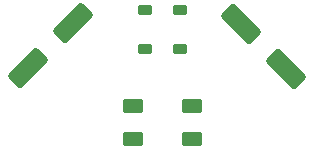
<source format=gbr>
%TF.GenerationSoftware,KiCad,Pcbnew,8.0.4*%
%TF.CreationDate,2025-06-18T18:59:25-07:00*%
%TF.ProjectId,Dyno_LED_PCB,44796e6f-5f4c-4454-945f-5043422e6b69,rev?*%
%TF.SameCoordinates,Original*%
%TF.FileFunction,Paste,Top*%
%TF.FilePolarity,Positive*%
%FSLAX46Y46*%
G04 Gerber Fmt 4.6, Leading zero omitted, Abs format (unit mm)*
G04 Created by KiCad (PCBNEW 8.0.4) date 2025-06-18 18:59:25*
%MOMM*%
%LPD*%
G01*
G04 APERTURE LIST*
G04 Aperture macros list*
%AMRoundRect*
0 Rectangle with rounded corners*
0 $1 Rounding radius*
0 $2 $3 $4 $5 $6 $7 $8 $9 X,Y pos of 4 corners*
0 Add a 4 corners polygon primitive as box body*
4,1,4,$2,$3,$4,$5,$6,$7,$8,$9,$2,$3,0*
0 Add four circle primitives for the rounded corners*
1,1,$1+$1,$2,$3*
1,1,$1+$1,$4,$5*
1,1,$1+$1,$6,$7*
1,1,$1+$1,$8,$9*
0 Add four rect primitives between the rounded corners*
20,1,$1+$1,$2,$3,$4,$5,0*
20,1,$1+$1,$4,$5,$6,$7,0*
20,1,$1+$1,$6,$7,$8,$9,0*
20,1,$1+$1,$8,$9,$2,$3,0*%
G04 Aperture macros list end*
%ADD10RoundRect,0.250000X0.625000X-0.375000X0.625000X0.375000X-0.625000X0.375000X-0.625000X-0.375000X0*%
%ADD11RoundRect,0.225000X0.375000X-0.225000X0.375000X0.225000X-0.375000X0.225000X-0.375000X-0.225000X0*%
%ADD12RoundRect,0.250000X-0.671751X-1.449569X1.449569X0.671751X0.671751X1.449569X-1.449569X-0.671751X0*%
%ADD13RoundRect,0.250000X-1.449569X0.671751X0.671751X-1.449569X1.449569X-0.671751X-0.671751X1.449569X0*%
%ADD14RoundRect,0.225000X-0.375000X0.225000X-0.375000X-0.225000X0.375000X-0.225000X0.375000X0.225000X0*%
G04 APERTURE END LIST*
D10*
%TO.C,D4*%
X73000000Y-54400000D03*
X73000000Y-51600000D03*
%TD*%
D11*
%TO.C,D1*%
X69000000Y-46800000D03*
X69000000Y-43500000D03*
%TD*%
D10*
%TO.C,D3*%
X68000000Y-54400000D03*
X68000000Y-51600000D03*
%TD*%
D12*
%TO.C,C1*%
X59090810Y-48409189D03*
X62909190Y-44590811D03*
%TD*%
D13*
%TO.C,C2*%
X77181622Y-44681619D03*
X81000000Y-48499999D03*
%TD*%
D14*
%TO.C,D2*%
X72000000Y-43500000D03*
X72000000Y-46800000D03*
%TD*%
M02*

</source>
